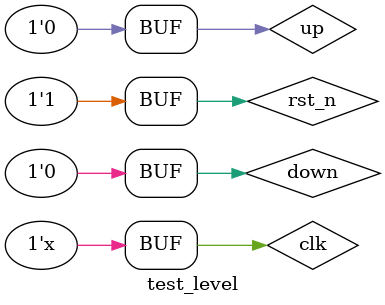
<source format=v>
module test_level;

    wire [3:0] level;
    reg up;
    reg down;
    reg clk;
    reg rst_n;
    
    level U0 (level, up, down, clk, rst_n);
    
    always
        #5 clk = ~clk;
        
    initial
    begin
        clk = 0; rst_n = 1; up = 0; down = 0;
        #10 rst_n = 0;
        #10 rst_n = 1;
        #10 up = 1;
        #100 up = 0;
        #10 down = 1;
        #50 down = 0;
    end

endmodule
</source>
